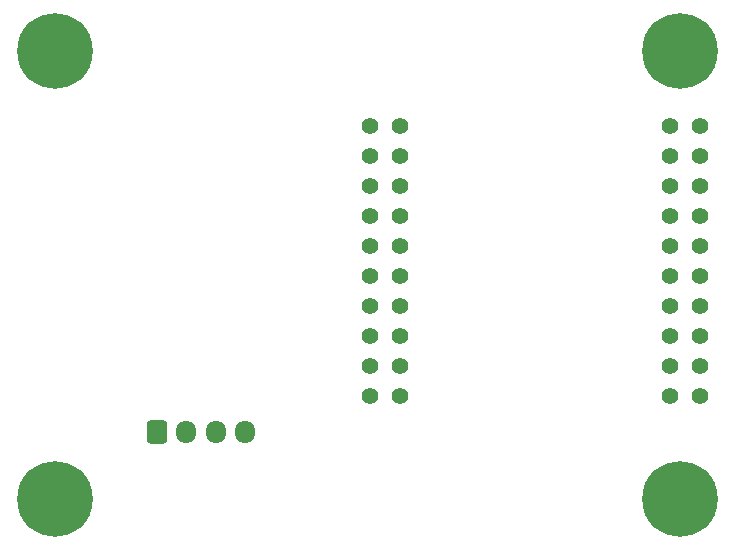
<source format=gbr>
%TF.GenerationSoftware,KiCad,Pcbnew,7.0.7*%
%TF.CreationDate,2023-11-15T17:54:30+01:00*%
%TF.ProjectId,Nodo_ESP32_bresser,4e6f646f-5f45-4535-9033-325f62726573,rev?*%
%TF.SameCoordinates,Original*%
%TF.FileFunction,Soldermask,Bot*%
%TF.FilePolarity,Negative*%
%FSLAX46Y46*%
G04 Gerber Fmt 4.6, Leading zero omitted, Abs format (unit mm)*
G04 Created by KiCad (PCBNEW 7.0.7) date 2023-11-15 17:54:30*
%MOMM*%
%LPD*%
G01*
G04 APERTURE LIST*
G04 Aperture macros list*
%AMRoundRect*
0 Rectangle with rounded corners*
0 $1 Rounding radius*
0 $2 $3 $4 $5 $6 $7 $8 $9 X,Y pos of 4 corners*
0 Add a 4 corners polygon primitive as box body*
4,1,4,$2,$3,$4,$5,$6,$7,$8,$9,$2,$3,0*
0 Add four circle primitives for the rounded corners*
1,1,$1+$1,$2,$3*
1,1,$1+$1,$4,$5*
1,1,$1+$1,$6,$7*
1,1,$1+$1,$8,$9*
0 Add four rect primitives between the rounded corners*
20,1,$1+$1,$2,$3,$4,$5,0*
20,1,$1+$1,$4,$5,$6,$7,0*
20,1,$1+$1,$6,$7,$8,$9,0*
20,1,$1+$1,$8,$9,$2,$3,0*%
G04 Aperture macros list end*
%ADD10C,0.800000*%
%ADD11C,6.400000*%
%ADD12C,1.400000*%
%ADD13RoundRect,0.250000X-0.600000X-0.725000X0.600000X-0.725000X0.600000X0.725000X-0.600000X0.725000X0*%
%ADD14O,1.700000X1.950000*%
G04 APERTURE END LIST*
D10*
%TO.C,H3*%
X168543944Y-68808056D03*
X169246888Y-67111000D03*
X169246888Y-70505112D03*
X170943944Y-66408056D03*
D11*
X170943944Y-68808056D03*
D10*
X170943944Y-71208056D03*
X172641000Y-67111000D03*
X172641000Y-70505112D03*
X173343944Y-68808056D03*
%TD*%
%TO.C,H2*%
X168543944Y-106688944D03*
X169246888Y-104991888D03*
X169246888Y-108386000D03*
X170943944Y-104288944D03*
D11*
X170943944Y-106688944D03*
D10*
X170943944Y-109088944D03*
X172641000Y-104991888D03*
X172641000Y-108386000D03*
X173343944Y-106688944D03*
%TD*%
D12*
%TO.C,U1*%
X144701000Y-75112000D03*
X147241000Y-75112000D03*
X144701000Y-77652000D03*
X147241000Y-77652000D03*
X144701000Y-80192000D03*
X147241000Y-80192000D03*
X144701000Y-82732000D03*
X147241000Y-82732000D03*
X144701000Y-85272000D03*
X147241000Y-85272000D03*
X144701000Y-87812000D03*
X147241000Y-87812000D03*
X144701000Y-90352000D03*
X147241000Y-90352000D03*
X144701000Y-92892000D03*
X147241000Y-92892000D03*
X144701000Y-95432000D03*
X147241000Y-95432000D03*
X144701000Y-97972000D03*
X147241000Y-97972000D03*
X170101000Y-75112000D03*
X172641000Y-75112000D03*
X170101000Y-77652000D03*
X172641000Y-77652000D03*
X170101000Y-80192000D03*
X172641000Y-80192000D03*
X170101000Y-82732000D03*
X172641000Y-82732000D03*
X170101000Y-85272000D03*
X172641000Y-85272000D03*
X170101000Y-87812000D03*
X172641000Y-87812000D03*
X170101000Y-90352000D03*
X172641000Y-90352000D03*
X170101000Y-92892000D03*
X172641000Y-92892000D03*
X170101000Y-95432000D03*
X172641000Y-95432000D03*
X170101000Y-97972000D03*
X172641000Y-97972000D03*
%TD*%
D10*
%TO.C,H4*%
X115631000Y-68762000D03*
X116333944Y-67064944D03*
X116333944Y-70459056D03*
X118031000Y-66362000D03*
D11*
X118031000Y-68762000D03*
D10*
X118031000Y-71162000D03*
X119728056Y-67064944D03*
X119728056Y-70459056D03*
X120431000Y-68762000D03*
%TD*%
%TO.C,H1*%
X115631000Y-106735000D03*
X116333944Y-105037944D03*
X116333944Y-108432056D03*
X118031000Y-104335000D03*
D11*
X118031000Y-106735000D03*
D10*
X118031000Y-109135000D03*
X119728056Y-105037944D03*
X119728056Y-108432056D03*
X120431000Y-106735000D03*
%TD*%
D13*
%TO.C,J2*%
X126600000Y-101020000D03*
D14*
X129100000Y-101020000D03*
X131600000Y-101020000D03*
X134100000Y-101020000D03*
%TD*%
M02*

</source>
